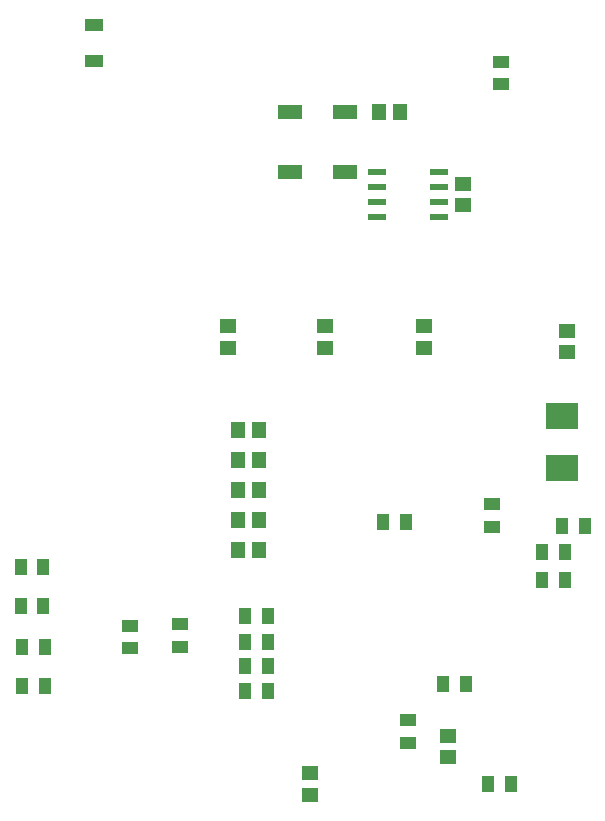
<source format=gbp>
G04*
G04 #@! TF.GenerationSoftware,Altium Limited,Altium Designer,19.0.15 (446)*
G04*
G04 Layer_Color=128*
%FSLAX25Y25*%
%MOIN*%
G70*
G01*
G75*
%ADD16R,0.04134X0.05512*%
%ADD17R,0.05512X0.04134*%
%ADD73R,0.05709X0.04528*%
%ADD74R,0.08268X0.05118*%
%ADD75R,0.04528X0.05709*%
%ADD76R,0.10799X0.08500*%
%ADD77R,0.06299X0.03937*%
%ADD78R,0.05906X0.02362*%
D16*
X186740Y79500D02*
D03*
X179260D02*
D03*
X186740Y89000D02*
D03*
X179260D02*
D03*
X146260Y45000D02*
D03*
X153740D02*
D03*
X133740Y99000D02*
D03*
X126260D02*
D03*
X193480Y97500D02*
D03*
X186000D02*
D03*
X80260Y67500D02*
D03*
X87740D02*
D03*
X80260Y59000D02*
D03*
X87740D02*
D03*
X80260Y51000D02*
D03*
X87740D02*
D03*
X80260Y42500D02*
D03*
X87740D02*
D03*
X161260Y11500D02*
D03*
X168740D02*
D03*
X13418Y44300D02*
D03*
X5937D02*
D03*
X13418Y57300D02*
D03*
X5937D02*
D03*
X12918Y71000D02*
D03*
X5437D02*
D03*
X12918Y83800D02*
D03*
X5437D02*
D03*
D17*
X165500Y252240D02*
D03*
Y244760D02*
D03*
X162500Y104740D02*
D03*
Y97260D02*
D03*
X58500Y57260D02*
D03*
Y64740D02*
D03*
X42000Y56760D02*
D03*
Y64240D02*
D03*
X134500Y32740D02*
D03*
Y25260D02*
D03*
D73*
X187500Y162543D02*
D03*
Y155457D02*
D03*
X140000Y156957D02*
D03*
Y164043D02*
D03*
X107000Y156957D02*
D03*
Y164043D02*
D03*
X74500Y156957D02*
D03*
Y164043D02*
D03*
X153000Y204413D02*
D03*
Y211500D02*
D03*
X102000Y15043D02*
D03*
Y7957D02*
D03*
X148000Y27543D02*
D03*
Y20457D02*
D03*
D74*
X113500Y235500D02*
D03*
Y215500D02*
D03*
X95390D02*
D03*
Y235500D02*
D03*
D75*
X132043D02*
D03*
X124957D02*
D03*
X77957Y129500D02*
D03*
X85043D02*
D03*
X85043Y119500D02*
D03*
X77957D02*
D03*
X85043Y109500D02*
D03*
X77957D02*
D03*
X85043Y99500D02*
D03*
X77957D02*
D03*
X85043Y89500D02*
D03*
X77957D02*
D03*
D76*
X185817Y134201D02*
D03*
Y116799D02*
D03*
D77*
X30000Y264406D02*
D03*
Y252594D02*
D03*
D78*
X144933Y215500D02*
D03*
Y210500D02*
D03*
Y205500D02*
D03*
Y200500D02*
D03*
X124067D02*
D03*
Y205500D02*
D03*
Y210500D02*
D03*
Y215500D02*
D03*
M02*

</source>
